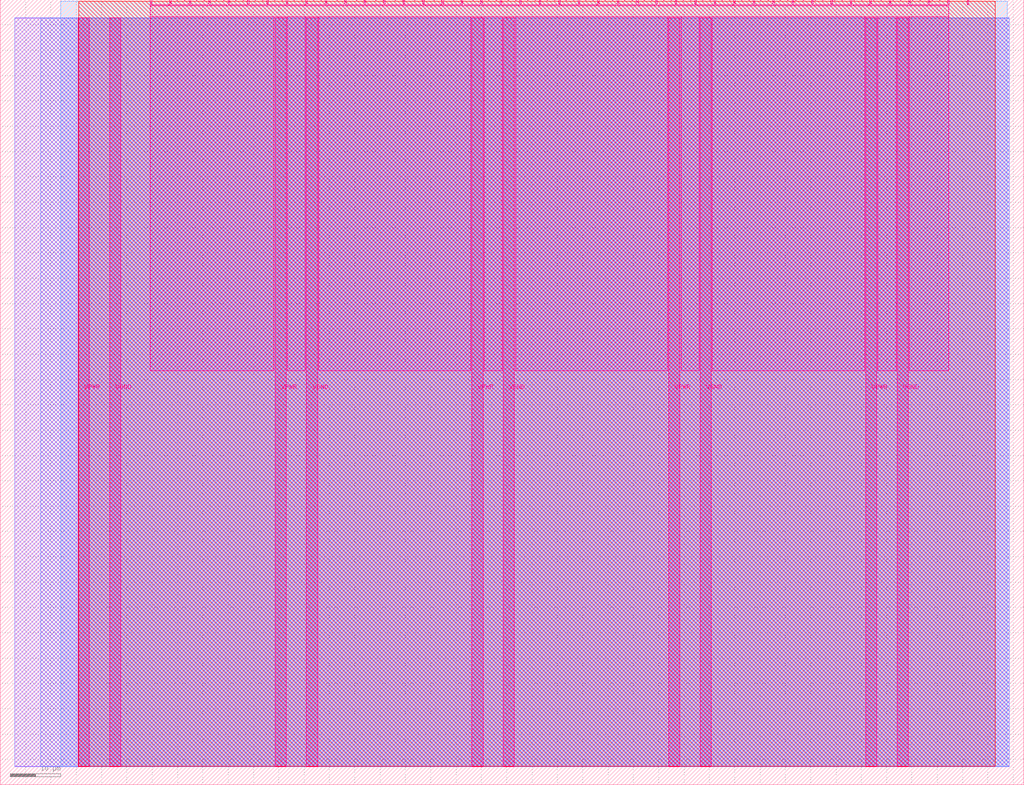
<source format=lef>
VERSION 5.7 ;
  NOWIREEXTENSIONATPIN ON ;
  DIVIDERCHAR "/" ;
  BUSBITCHARS "[]" ;
MACRO tt_um_NicklausThompson_SkyKing
  CLASS BLOCK ;
  FOREIGN tt_um_NicklausThompson_SkyKing ;
  ORIGIN 0.000 0.000 ;
  SIZE 202.080 BY 154.980 ;
  PIN VGND
    DIRECTION INOUT ;
    USE GROUND ;
    PORT
      LAYER Metal5 ;
        RECT 21.580 3.560 23.780 151.420 ;
    END
    PORT
      LAYER Metal5 ;
        RECT 60.450 3.560 62.650 151.420 ;
    END
    PORT
      LAYER Metal5 ;
        RECT 99.320 3.560 101.520 151.420 ;
    END
    PORT
      LAYER Metal5 ;
        RECT 138.190 3.560 140.390 151.420 ;
    END
    PORT
      LAYER Metal5 ;
        RECT 177.060 3.560 179.260 151.420 ;
    END
  END VGND
  PIN VPWR
    DIRECTION INOUT ;
    USE POWER ;
    PORT
      LAYER Metal5 ;
        RECT 15.380 3.560 17.580 151.420 ;
    END
    PORT
      LAYER Metal5 ;
        RECT 54.250 3.560 56.450 151.420 ;
    END
    PORT
      LAYER Metal5 ;
        RECT 93.120 3.560 95.320 151.420 ;
    END
    PORT
      LAYER Metal5 ;
        RECT 131.990 3.560 134.190 151.420 ;
    END
    PORT
      LAYER Metal5 ;
        RECT 170.860 3.560 173.060 151.420 ;
    END
  END VPWR
  PIN clk
    DIRECTION INPUT ;
    USE SIGNAL ;
    ANTENNAGATEAREA 0.213200 ;
    PORT
      LAYER Metal5 ;
        RECT 187.050 153.980 187.350 154.980 ;
    END
  END clk
  PIN ena
    DIRECTION INPUT ;
    USE SIGNAL ;
    PORT
      LAYER Metal5 ;
        RECT 190.890 153.980 191.190 154.980 ;
    END
  END ena
  PIN rst_n
    DIRECTION INPUT ;
    USE SIGNAL ;
    ANTENNAGATEAREA 0.213200 ;
    PORT
      LAYER Metal5 ;
        RECT 183.210 153.980 183.510 154.980 ;
    END
  END rst_n
  PIN ui_in[0]
    DIRECTION INPUT ;
    USE SIGNAL ;
    ANTENNAGATEAREA 0.180700 ;
    PORT
      LAYER Metal5 ;
        RECT 179.370 153.980 179.670 154.980 ;
    END
  END ui_in[0]
  PIN ui_in[1]
    DIRECTION INPUT ;
    USE SIGNAL ;
    ANTENNAGATEAREA 0.180700 ;
    PORT
      LAYER Metal5 ;
        RECT 175.530 153.980 175.830 154.980 ;
    END
  END ui_in[1]
  PIN ui_in[2]
    DIRECTION INPUT ;
    USE SIGNAL ;
    PORT
      LAYER Metal5 ;
        RECT 171.690 153.980 171.990 154.980 ;
    END
  END ui_in[2]
  PIN ui_in[3]
    DIRECTION INPUT ;
    USE SIGNAL ;
    ANTENNAGATEAREA 0.314600 ;
    PORT
      LAYER Metal5 ;
        RECT 167.850 153.980 168.150 154.980 ;
    END
  END ui_in[3]
  PIN ui_in[4]
    DIRECTION INPUT ;
    USE SIGNAL ;
    PORT
      LAYER Metal5 ;
        RECT 164.010 153.980 164.310 154.980 ;
    END
  END ui_in[4]
  PIN ui_in[5]
    DIRECTION INPUT ;
    USE SIGNAL ;
    PORT
      LAYER Metal5 ;
        RECT 160.170 153.980 160.470 154.980 ;
    END
  END ui_in[5]
  PIN ui_in[6]
    DIRECTION INPUT ;
    USE SIGNAL ;
    PORT
      LAYER Metal5 ;
        RECT 156.330 153.980 156.630 154.980 ;
    END
  END ui_in[6]
  PIN ui_in[7]
    DIRECTION INPUT ;
    USE SIGNAL ;
    PORT
      LAYER Metal5 ;
        RECT 152.490 153.980 152.790 154.980 ;
    END
  END ui_in[7]
  PIN uio_in[0]
    DIRECTION INPUT ;
    USE SIGNAL ;
    PORT
      LAYER Metal5 ;
        RECT 148.650 153.980 148.950 154.980 ;
    END
  END uio_in[0]
  PIN uio_in[1]
    DIRECTION INPUT ;
    USE SIGNAL ;
    PORT
      LAYER Metal5 ;
        RECT 144.810 153.980 145.110 154.980 ;
    END
  END uio_in[1]
  PIN uio_in[2]
    DIRECTION INPUT ;
    USE SIGNAL ;
    PORT
      LAYER Metal5 ;
        RECT 140.970 153.980 141.270 154.980 ;
    END
  END uio_in[2]
  PIN uio_in[3]
    DIRECTION INPUT ;
    USE SIGNAL ;
    PORT
      LAYER Metal5 ;
        RECT 137.130 153.980 137.430 154.980 ;
    END
  END uio_in[3]
  PIN uio_in[4]
    DIRECTION INPUT ;
    USE SIGNAL ;
    PORT
      LAYER Metal5 ;
        RECT 133.290 153.980 133.590 154.980 ;
    END
  END uio_in[4]
  PIN uio_in[5]
    DIRECTION INPUT ;
    USE SIGNAL ;
    PORT
      LAYER Metal5 ;
        RECT 129.450 153.980 129.750 154.980 ;
    END
  END uio_in[5]
  PIN uio_in[6]
    DIRECTION INPUT ;
    USE SIGNAL ;
    PORT
      LAYER Metal5 ;
        RECT 125.610 153.980 125.910 154.980 ;
    END
  END uio_in[6]
  PIN uio_in[7]
    DIRECTION INPUT ;
    USE SIGNAL ;
    PORT
      LAYER Metal5 ;
        RECT 121.770 153.980 122.070 154.980 ;
    END
  END uio_in[7]
  PIN uio_oe[0]
    DIRECTION OUTPUT ;
    USE SIGNAL ;
    ANTENNADIFFAREA 0.392700 ;
    PORT
      LAYER Metal5 ;
        RECT 56.490 153.980 56.790 154.980 ;
    END
  END uio_oe[0]
  PIN uio_oe[1]
    DIRECTION OUTPUT ;
    USE SIGNAL ;
    ANTENNADIFFAREA 0.392700 ;
    PORT
      LAYER Metal5 ;
        RECT 52.650 153.980 52.950 154.980 ;
    END
  END uio_oe[1]
  PIN uio_oe[2]
    DIRECTION OUTPUT ;
    USE SIGNAL ;
    ANTENNADIFFAREA 0.392700 ;
    PORT
      LAYER Metal5 ;
        RECT 48.810 153.980 49.110 154.980 ;
    END
  END uio_oe[2]
  PIN uio_oe[3]
    DIRECTION OUTPUT ;
    USE SIGNAL ;
    ANTENNADIFFAREA 0.392700 ;
    PORT
      LAYER Metal5 ;
        RECT 44.970 153.980 45.270 154.980 ;
    END
  END uio_oe[3]
  PIN uio_oe[4]
    DIRECTION OUTPUT ;
    USE SIGNAL ;
    ANTENNADIFFAREA 0.392700 ;
    PORT
      LAYER Metal5 ;
        RECT 41.130 153.980 41.430 154.980 ;
    END
  END uio_oe[4]
  PIN uio_oe[5]
    DIRECTION OUTPUT ;
    USE SIGNAL ;
    ANTENNADIFFAREA 0.392700 ;
    PORT
      LAYER Metal5 ;
        RECT 37.290 153.980 37.590 154.980 ;
    END
  END uio_oe[5]
  PIN uio_oe[6]
    DIRECTION OUTPUT ;
    USE SIGNAL ;
    ANTENNADIFFAREA 0.392700 ;
    PORT
      LAYER Metal5 ;
        RECT 33.450 153.980 33.750 154.980 ;
    END
  END uio_oe[6]
  PIN uio_oe[7]
    DIRECTION OUTPUT ;
    USE SIGNAL ;
    ANTENNADIFFAREA 0.392700 ;
    PORT
      LAYER Metal5 ;
        RECT 29.610 153.980 29.910 154.980 ;
    END
  END uio_oe[7]
  PIN uio_out[0]
    DIRECTION OUTPUT ;
    USE SIGNAL ;
    ANTENNADIFFAREA 0.632400 ;
    PORT
      LAYER Metal5 ;
        RECT 87.210 153.980 87.510 154.980 ;
    END
  END uio_out[0]
  PIN uio_out[1]
    DIRECTION OUTPUT ;
    USE SIGNAL ;
    ANTENNADIFFAREA 0.632400 ;
    PORT
      LAYER Metal5 ;
        RECT 83.370 153.980 83.670 154.980 ;
    END
  END uio_out[1]
  PIN uio_out[2]
    DIRECTION OUTPUT ;
    USE SIGNAL ;
    ANTENNADIFFAREA 0.632400 ;
    PORT
      LAYER Metal5 ;
        RECT 79.530 153.980 79.830 154.980 ;
    END
  END uio_out[2]
  PIN uio_out[3]
    DIRECTION OUTPUT ;
    USE SIGNAL ;
    ANTENNADIFFAREA 0.632400 ;
    PORT
      LAYER Metal5 ;
        RECT 75.690 153.980 75.990 154.980 ;
    END
  END uio_out[3]
  PIN uio_out[4]
    DIRECTION OUTPUT ;
    USE SIGNAL ;
    ANTENNADIFFAREA 0.632400 ;
    PORT
      LAYER Metal5 ;
        RECT 71.850 153.980 72.150 154.980 ;
    END
  END uio_out[4]
  PIN uio_out[5]
    DIRECTION OUTPUT ;
    USE SIGNAL ;
    ANTENNADIFFAREA 0.632400 ;
    PORT
      LAYER Metal5 ;
        RECT 68.010 153.980 68.310 154.980 ;
    END
  END uio_out[5]
  PIN uio_out[6]
    DIRECTION OUTPUT ;
    USE SIGNAL ;
    ANTENNADIFFAREA 0.632400 ;
    PORT
      LAYER Metal5 ;
        RECT 64.170 153.980 64.470 154.980 ;
    END
  END uio_out[6]
  PIN uio_out[7]
    DIRECTION OUTPUT ;
    USE SIGNAL ;
    ANTENNADIFFAREA 0.632400 ;
    PORT
      LAYER Metal5 ;
        RECT 60.330 153.980 60.630 154.980 ;
    END
  END uio_out[7]
  PIN uo_out[0]
    DIRECTION OUTPUT ;
    USE SIGNAL ;
    ANTENNADIFFAREA 0.677200 ;
    PORT
      LAYER Metal5 ;
        RECT 117.930 153.980 118.230 154.980 ;
    END
  END uo_out[0]
  PIN uo_out[1]
    DIRECTION OUTPUT ;
    USE SIGNAL ;
    ANTENNADIFFAREA 1.135700 ;
    PORT
      LAYER Metal5 ;
        RECT 114.090 153.980 114.390 154.980 ;
    END
  END uo_out[1]
  PIN uo_out[2]
    DIRECTION OUTPUT ;
    USE SIGNAL ;
    ANTENNADIFFAREA 0.677200 ;
    PORT
      LAYER Metal5 ;
        RECT 110.250 153.980 110.550 154.980 ;
    END
  END uo_out[2]
  PIN uo_out[3]
    DIRECTION OUTPUT ;
    USE SIGNAL ;
    ANTENNADIFFAREA 0.677200 ;
    PORT
      LAYER Metal5 ;
        RECT 106.410 153.980 106.710 154.980 ;
    END
  END uo_out[3]
  PIN uo_out[4]
    DIRECTION OUTPUT ;
    USE SIGNAL ;
    ANTENNADIFFAREA 1.102800 ;
    PORT
      LAYER Metal5 ;
        RECT 102.570 153.980 102.870 154.980 ;
    END
  END uo_out[4]
  PIN uo_out[5]
    DIRECTION OUTPUT ;
    USE SIGNAL ;
    ANTENNADIFFAREA 1.135700 ;
    PORT
      LAYER Metal5 ;
        RECT 98.730 153.980 99.030 154.980 ;
    END
  END uo_out[5]
  PIN uo_out[6]
    DIRECTION OUTPUT ;
    USE SIGNAL ;
    ANTENNADIFFAREA 0.677200 ;
    PORT
      LAYER Metal5 ;
        RECT 94.890 153.980 95.190 154.980 ;
    END
  END uo_out[6]
  PIN uo_out[7]
    DIRECTION OUTPUT ;
    USE SIGNAL ;
    ANTENNADIFFAREA 1.008100 ;
    PORT
      LAYER Metal5 ;
        RECT 91.050 153.980 91.350 154.980 ;
    END
  END uo_out[7]
  OBS
      LAYER GatPoly ;
        RECT 2.880 3.630 199.200 151.350 ;
      LAYER Metal1 ;
        RECT 2.880 3.560 199.200 151.420 ;
      LAYER Metal2 ;
        RECT 8.015 3.680 199.250 151.300 ;
      LAYER Metal3 ;
        RECT 11.900 3.635 198.820 154.705 ;
      LAYER Metal4 ;
        RECT 15.515 3.680 196.465 154.660 ;
      LAYER Metal5 ;
        RECT 30.120 153.770 33.240 153.980 ;
        RECT 33.960 153.770 37.080 153.980 ;
        RECT 37.800 153.770 40.920 153.980 ;
        RECT 41.640 153.770 44.760 153.980 ;
        RECT 45.480 153.770 48.600 153.980 ;
        RECT 49.320 153.770 52.440 153.980 ;
        RECT 53.160 153.770 56.280 153.980 ;
        RECT 57.000 153.770 60.120 153.980 ;
        RECT 60.840 153.770 63.960 153.980 ;
        RECT 64.680 153.770 67.800 153.980 ;
        RECT 68.520 153.770 71.640 153.980 ;
        RECT 72.360 153.770 75.480 153.980 ;
        RECT 76.200 153.770 79.320 153.980 ;
        RECT 80.040 153.770 83.160 153.980 ;
        RECT 83.880 153.770 87.000 153.980 ;
        RECT 87.720 153.770 90.840 153.980 ;
        RECT 91.560 153.770 94.680 153.980 ;
        RECT 95.400 153.770 98.520 153.980 ;
        RECT 99.240 153.770 102.360 153.980 ;
        RECT 103.080 153.770 106.200 153.980 ;
        RECT 106.920 153.770 110.040 153.980 ;
        RECT 110.760 153.770 113.880 153.980 ;
        RECT 114.600 153.770 117.720 153.980 ;
        RECT 118.440 153.770 121.560 153.980 ;
        RECT 122.280 153.770 125.400 153.980 ;
        RECT 126.120 153.770 129.240 153.980 ;
        RECT 129.960 153.770 133.080 153.980 ;
        RECT 133.800 153.770 136.920 153.980 ;
        RECT 137.640 153.770 140.760 153.980 ;
        RECT 141.480 153.770 144.600 153.980 ;
        RECT 145.320 153.770 148.440 153.980 ;
        RECT 149.160 153.770 152.280 153.980 ;
        RECT 153.000 153.770 156.120 153.980 ;
        RECT 156.840 153.770 159.960 153.980 ;
        RECT 160.680 153.770 163.800 153.980 ;
        RECT 164.520 153.770 167.640 153.980 ;
        RECT 168.360 153.770 171.480 153.980 ;
        RECT 172.200 153.770 175.320 153.980 ;
        RECT 176.040 153.770 179.160 153.980 ;
        RECT 179.880 153.770 183.000 153.980 ;
        RECT 183.720 153.770 186.840 153.980 ;
        RECT 29.660 151.630 187.300 153.770 ;
        RECT 29.660 81.755 54.040 151.630 ;
        RECT 56.660 81.755 60.240 151.630 ;
        RECT 62.860 81.755 92.910 151.630 ;
        RECT 95.530 81.755 99.110 151.630 ;
        RECT 101.730 81.755 131.780 151.630 ;
        RECT 134.400 81.755 137.980 151.630 ;
        RECT 140.600 81.755 170.650 151.630 ;
        RECT 173.270 81.755 176.850 151.630 ;
        RECT 179.470 81.755 187.300 151.630 ;
  END
END tt_um_NicklausThompson_SkyKing
END LIBRARY


</source>
